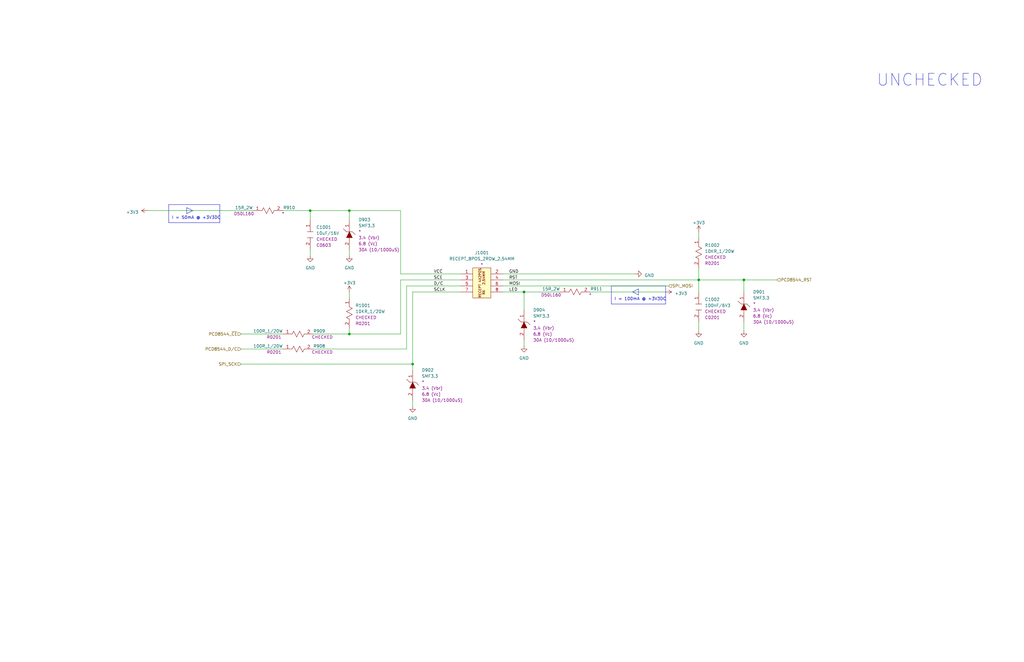
<source format=kicad_sch>
(kicad_sch (version 20230121) (generator eeschema)
  (paper "B")
  (lib_symbols
    (symbol "_SCHLIB_HotPlate:CAP_100nF/6V3_C0201"
      (property "Reference" "C" (at 2.54 5.08 0))
      (property "Value" "100nF{slash}6V3" (at 2.54 7.62 0))
      (property "SCH CHECK" "CHECKED" (at 2.54 22.86 0))
      (property "Package" "C0201" (at 2.54 25.4 0))
      (symbol "CAP_100nF/6V3_C0201_0_0"
        (polyline (pts (xy 5.08 1.27) (xy 5.08 -1.27)))
        (polyline (pts (xy 7.62 1.27) (xy 7.62 -1.27)))
      )
      (symbol "CAP_100nF/6V3_C0201_1_1"
        (pin passive line (at 0 0 0) (length 5.08) (name "") (number "1"))
        (pin passive line (at 12.7 0 180) (length 5.08) (name "") (number "2"))
      )
    )
    (symbol "_SCHLIB_HotPlate:CAP_10uF/16V-C0603"
      (property "Reference" "C" (at 2.54 3.81 0))
      (property "Value" "10uF{slash}16V" (at 2.54 6.35 0))
      (property "SCH CHECK" "CHECKED" (at 2.54 21.59 0))
      (property "Package" "C0603" (at 2.54 24.13 0))
      (symbol "CAP_10uF/16V-C0603_0_0"
        (polyline (pts (xy 5.08 1.27) (xy 5.08 -1.27)))
        (polyline (pts (xy 7.62 1.27) (xy 7.62 -1.27)))
      )
      (symbol "CAP_10uF/16V-C0603_1_1"
        (pin passive line (at 0 0 0) (length 5.08) (name "") (number "1"))
        (pin passive line (at 12.7 0 180) (length 5.08) (name "") (number "2"))
      )
    )
    (symbol "_SCHLIB_HotPlate:CONN_RECEPT_8POS_2ROW_2.54MM"
      (property "Reference" "J" (at 2.54 2.54 0))
      (property "Value" "RECEPT_8POS_2ROW_2.54MM" (at 2.54 5.08 0))
      (property "SCH CHECK" "*" (at 2.54 20.32 0))
      (symbol "CONN_RECEPT_8POS_2ROW_2.54MM_0_1"
        (rectangle (start 0 0) (end 7.62 -12.7) (fill (type background)))
        (text "RECEPT 4X2POS\nRA   2.54MM" (at 3.81 -6.35 900) (effects (font (size 1.016 1.016))))
      )
      (symbol "CONN_RECEPT_8POS_2ROW_2.54MM_1_1"
        (pin passive line (at -5.08 -2.54 0) (length 5.08) (name "") (number "1"))
        (pin passive line (at 12.7 -2.54 180) (length 5.08) (name "") (number "2"))
        (pin passive line (at -5.08 -5.08 0) (length 5.08) (name "") (number "3"))
        (pin passive line (at 12.7 -5.08 180) (length 5.08) (name "") (number "4"))
        (pin passive line (at -5.08 -7.62 0) (length 5.08) (name "") (number "5"))
        (pin passive line (at 12.7 -7.62 180) (length 5.08) (name "") (number "6"))
        (pin passive line (at -5.08 -10.16 0) (length 5.08) (name "") (number "7"))
        (pin passive line (at 12.7 -10.16 180) (length 5.08) (name "") (number "8"))
      )
    )
    (symbol "_SCHLIB_HotPlate:RES_100R_1/20W-R0201"
      (property "Reference" "R" (at 2.54 3.81 0))
      (property "Value" "100R_1{slash}20W" (at 2.54 6.35 0))
      (property "SCH CHECK" "CHECKED" (at 2.54 21.59 0))
      (property "Package" "R0201" (at 2.54 24.13 0))
      (symbol "RES_100R_1/20W-R0201_0_0"
        (polyline (pts (xy 3.81 0) (xy 4.445 1.27) (xy 5.715 -1.27) (xy 6.985 1.27) (xy 8.255 -1.27) (xy 8.89 0)))
      )
      (symbol "RES_100R_1/20W-R0201_1_1"
        (pin passive line (at 0 0 0) (length 3.81) (name "") (number "1"))
        (pin passive line (at 12.7 0 180) (length 3.81) (name "") (number "2"))
      )
    )
    (symbol "_SCHLIB_HotPlate:RES_10KR_1/20W-R0201"
      (property "Reference" "R" (at 2.54 5.08 0))
      (property "Value" "10KR_1{slash}20W" (at 2.54 7.62 0))
      (property "SCH CHECK" "CHECKED" (at 2.54 22.86 0))
      (property "Package" "R0201" (at 2.54 25.4 0))
      (symbol "RES_10KR_1/20W-R0201_0_0"
        (polyline (pts (xy 3.81 0) (xy 4.445 1.27) (xy 5.715 -1.27) (xy 6.985 1.27) (xy 8.255 -1.27) (xy 8.89 0)))
      )
      (symbol "RES_10KR_1/20W-R0201_1_1"
        (pin passive line (at 0 0 0) (length 3.81) (name "") (number "1"))
        (pin passive line (at 12.7 0 180) (length 3.81) (name "") (number "2"))
      )
    )
    (symbol "_SCHLIB_HotPlate:RES_15R_2W_D50L160"
      (property "Reference" "R" (at 2.54 5.08 0))
      (property "Value" "15R_2W" (at 2.54 7.62 0))
      (property "SCH CHECK" "*" (at 2.54 22.86 0))
      (property "Package" "D50L160" (at 2.54 25.4 0))
      (symbol "RES_15R_2W_D50L160_0_0"
        (polyline (pts (xy 3.81 0) (xy 4.445 1.27) (xy 5.715 -1.27) (xy 6.985 1.27) (xy 8.255 -1.27) (xy 8.89 0)))
      )
      (symbol "RES_15R_2W_D50L160_1_1"
        (pin passive line (at 0 0 0) (length 3.81) (name "") (number "1"))
        (pin passive line (at 12.7 0 180) (length 3.81) (name "") (number "2"))
      )
    )
    (symbol "_SCHLIB_HotPlate:TVS_SMF3.3_SOD_123F"
      (property "Reference" "D" (at 2.54 5.08 0))
      (property "Value" "SMF3.3" (at 2.54 7.62 0))
      (property "SCH CHECK" "*" (at 2.54 22.86 0))
      (property "Vbr" "3.4 (Vbr)" (at 2.54 27.94 0))
      (property "Vc" "6.8 (Vc)" (at 2.54 30.48 0))
      (property "Ipp" "30A (10/1000uS)" (at 2.54 25.4 0))
      (symbol "TVS_SMF3.3_SOD_123F_0_1"
        (polyline (pts (xy 5.08 1.27) (xy 5.08 -1.27) (xy 7.62 0) (xy 5.08 1.27)) (fill (type outline)))
        (polyline (pts (xy 8.89 2.54) (xy 7.62 1.27) (xy 7.62 -1.27) (xy 6.35 -2.54)))
      )
      (symbol "TVS_SMF3.3_SOD_123F_1_1"
        (pin passive line (at 12.7 0 180) (length 5.08) (name "") (number "1"))
        (pin passive line (at 0 0 0) (length 5.08) (name "") (number "2"))
      )
    )
    (symbol "power:+3V3" (power) (pin_names (offset 0))
      (property "Value" "+3V3" (at 0 3.556 0))
      (symbol "+3V3_0_1"
        (polyline (pts (xy -0.762 1.27) (xy 0 2.54)))
        (polyline (pts (xy 0 0) (xy 0 2.54)))
        (polyline (pts (xy 0 2.54) (xy 0.762 1.27)))
      )
      (symbol "+3V3_1_1"
        (pin power_in line (at 0 0 90) (length 0) hide (name "+3V3") (number "1"))
      )
    )
    (symbol "power:GND" (power) (pin_names (offset 0))
      (property "Value" "GND" (at 0 -3.81 0))
      (symbol "GND_0_1"
        (polyline (pts (xy 0 0) (xy 0 -1.27) (xy 1.27 -1.27) (xy 0 -2.54) (xy -1.27 -1.27) (xy 0 -1.27)))
      )
      (symbol "GND_1_1"
        (pin power_in line (at 0 0 270) (length 0) hide (name "GND") (number "1"))
      )
    )
  )
  (junction (at 130.81 88.9))
  (junction (at 147.32 88.9))
  (junction (at 294.64 118.11))
  (junction (at 313.69 118.11))
  (junction (at 220.98 123.19))
  (junction (at 173.99 153.67))
  (junction (at 147.32 140.97))
  (wire (pts (xy 294.64 97.79) (xy 294.64 100.33)))
  (wire (pts (xy 173.99 123.19) (xy 194.31 123.19)))
  (polyline (pts (xy 78.74 87.63) (xy 81.28 88.9)))
  (wire (pts (xy 168.91 140.97) (xy 168.91 118.11)))
  (wire (pts (xy 147.32 140.97) (xy 168.91 140.97)))
  (wire (pts (xy 147.32 88.9) (xy 168.91 88.9)))
  (wire (pts (xy 101.6 153.67) (xy 173.99 153.67)))
  (polyline (pts (xy 257.81 120.65) (xy 257.81 128.27)))
  (wire (pts (xy 130.81 88.9) (xy 130.81 92.71)))
  (wire (pts (xy 147.32 123.19) (xy 147.32 125.73)))
  (polyline (pts (xy 280.67 128.27) (xy 257.81 128.27)))
  (polyline (pts (xy 71.12 86.36) (xy 92.71 86.36)))
  (wire (pts (xy 130.81 107.95) (xy 130.81 105.41)))
  (polyline (pts (xy 92.71 93.98) (xy 71.12 93.98)))
  (wire (pts (xy 173.99 153.67) (xy 173.99 123.19)))
  (wire (pts (xy 173.99 156.21) (xy 173.99 153.67)))
  (wire (pts (xy 220.98 130.81) (xy 220.98 123.19)))
  (polyline (pts (xy 269.24 121.92) (xy 266.7 123.19)))
  (wire (pts (xy 294.64 118.11) (xy 313.69 118.11)))
  (wire (pts (xy 147.32 140.97) (xy 147.32 138.43)))
  (wire (pts (xy 62.23 88.9) (xy 106.68 88.9)))
  (wire (pts (xy 212.09 115.57) (xy 267.97 115.57)))
  (wire (pts (xy 313.69 135.89) (xy 313.69 139.7)))
  (polyline (pts (xy 280.67 120.65) (xy 280.67 128.27)))
  (wire (pts (xy 294.64 135.89) (xy 294.64 139.7)))
  (wire (pts (xy 313.69 118.11) (xy 327.66 118.11)))
  (wire (pts (xy 147.32 92.71) (xy 147.32 88.9)))
  (wire (pts (xy 171.45 120.65) (xy 194.31 120.65)))
  (wire (pts (xy 168.91 88.9) (xy 168.91 115.57)))
  (wire (pts (xy 294.64 118.11) (xy 294.64 123.19)))
  (wire (pts (xy 248.92 123.19) (xy 280.67 123.19)))
  (wire (pts (xy 132.08 147.32) (xy 171.45 147.32)))
  (wire (pts (xy 212.09 118.11) (xy 294.64 118.11)))
  (polyline (pts (xy 266.7 123.19) (xy 269.24 124.46)))
  (wire (pts (xy 132.08 140.97) (xy 147.32 140.97)))
  (wire (pts (xy 294.64 113.03) (xy 294.64 118.11)))
  (polyline (pts (xy 257.81 120.65) (xy 280.67 120.65)))
  (wire (pts (xy 119.38 88.9) (xy 130.81 88.9)))
  (wire (pts (xy 168.91 115.57) (xy 194.31 115.57)))
  (wire (pts (xy 101.6 140.97) (xy 119.38 140.97)))
  (wire (pts (xy 168.91 118.11) (xy 194.31 118.11)))
  (wire (pts (xy 212.09 123.19) (xy 220.98 123.19)))
  (wire (pts (xy 173.99 168.91) (xy 173.99 171.45)))
  (wire (pts (xy 220.98 123.19) (xy 236.22 123.19)))
  (polyline (pts (xy 269.24 121.92) (xy 269.24 124.46)))
  (wire (pts (xy 220.98 143.51) (xy 220.98 146.05)))
  (wire (pts (xy 101.6 147.32) (xy 119.38 147.32)))
  (wire (pts (xy 171.45 147.32) (xy 171.45 120.65)))
  (polyline (pts (xy 92.71 86.36) (xy 92.71 93.98)))
  (wire (pts (xy 313.69 123.19) (xy 313.69 118.11)))
  (polyline (pts (xy 71.12 86.36) (xy 71.12 93.98)))
  (wire (pts (xy 212.09 120.65) (xy 281.94 120.65)))
  (wire (pts (xy 130.81 88.9) (xy 147.32 88.9)))
  (polyline (pts (xy 78.74 87.63) (xy 78.74 90.17)))
  (wire (pts (xy 147.32 105.41) (xy 147.32 107.95)))
  (polyline (pts (xy 81.28 88.9) (xy 78.74 90.17)))
  (text "UNCHECKED" (at 369.57 36.83 0) (effects (font (size 5 5)) (justify left bottom)))
  (text "I = 100mA @ +3V3DC" (at 259.08 127 0) (effects (font (size 1.27 1.27)) (justify left bottom)))
  (text "I = 50mA @ +3V3DC" (at 72.39 92.71 0) (effects (font (size 1.27 1.27)) (justify left bottom)))
  (label "VCC" (at 182.88 115.57 0))
  (label "D{slash}C" (at 182.88 120.65 0))
  (label "GND" (at 214.63 115.57 0))
  (label "SCLK" (at 182.88 123.19 0))
  (label "RST" (at 214.63 118.11 0))
  (label "SCE" (at 182.88 118.11 0))
  (label "LED" (at 214.63 123.19 0))
  (label "MOSI" (at 214.63 120.65 0))
  (hierarchical_label "PCD8544_~{CE}" (shape input) (at 101.6 140.97 180))
  (hierarchical_label "PCD8544_RST" (shape input) (at 327.66 118.11 0))
  (hierarchical_label "SPI_MOSI" (shape input) (at 281.94 120.65 0))
  (hierarchical_label "PCD8544_D{slash}C" (shape input) (at 101.6 147.32 180))
  (hierarchical_label "SPI_SCK" (shape input) (at 101.6 153.67 180))
  (symbol (lib_id "power:GND") (at 173.99 171.45 0) (unit 1)
    (property "Reference" "#PWR0911" (effects hide))
    (property "Value" "GND" (at 173.99 176.53 0))
  )
  (symbol (lib_id "power:GND") (at 130.81 107.95 0) (unit 1)
    (property "Reference" "#PWR01003" (effects hide))
    (property "Value" "GND" (at 130.81 113.03 0))
  )
  (symbol (lib_id "_SCHLIB_HotPlate:RES_100R_1/20W-R0201") (at 119.38 147.32 0) (unit 1)
    (property "Reference" "R908" (at 134.62 146.05 0))
    (property "Value" "100R_1/20W" (at 113.03 146.05 0))
    (property "Footprint" "Resistor_SMD:R_0201_0603Metric" (effects hide))
    (property "Datasheet" "https://www.seielect.com/Catalog/SEI-RMCF_RMCP.pdf" (effects hide))
    (property "Description" "100 Ohms ±1% 0.05W, 1/20W Chip Resistor 0201 (0603 Metric) Thick Film" (effects hide))
    (property "Part Number" "RMCF0201FT100R" (effects hide))
    (property "Link" "https://www.digikey.ca/en/products/detail/stackpole-electronics-inc/RMCF0201FT100R/1714988" (effects hide))
    (property "SCH CHECK" "CHECKED" (at 135.89 148.59 0))
    (property "Package" "R0201" (at 115.57 148.59 0))
  )
  (symbol (lib_id "power:+3V3") (at 294.64 97.79 0) (unit 1)
    (property "Reference" "#PWR01006" (effects hide))
    (property "Value" "+3V3" (at 294.64 93.98 0))
  )
  (symbol (lib_id "_SCHLIB_HotPlate:RES_100R_1/20W-R0201") (at 119.38 140.97 0) (unit 1)
    (property "Reference" "R909" (at 134.62 139.7 0))
    (property "Value" "100R_1/20W" (at 113.03 139.7 0))
    (property "Footprint" "Resistor_SMD:R_0201_0603Metric" (effects hide))
    (property "Datasheet" "https://www.seielect.com/Catalog/SEI-RMCF_RMCP.pdf" (effects hide))
    (property "Description" "100 Ohms ±1% 0.05W, 1/20W Chip Resistor 0201 (0603 Metric) Thick Film" (effects hide))
    (property "Part Number" "RMCF0201FT100R" (effects hide))
    (property "Link" "https://www.digikey.ca/en/products/detail/stackpole-electronics-inc/RMCF0201FT100R/1714988" (effects hide))
    (property "SCH CHECK" "CHECKED" (at 135.89 142.24 0))
    (property "Package" "R0201" (at 115.57 142.24 0))
  )
  (symbol (lib_id "_SCHLIB_HotPlate:CAP_10uF/16V-C0603") (at 130.81 92.71 270) (unit 1)
    (property "Reference" "C1001" (at 133.35 95.885 90) (effects (justify left)))
    (property "Value" "10uF/16V" (at 133.35 98.425 90) (effects (justify left)))
    (property "Footprint" "Capacitor_SMD:C_0603_1608Metric" (effects hide))
    (property "Datasheet" "https://search.murata.co.jp/Ceramy/image/img/A01X/G101/ENG/GRT188R61C106KE13-01.pdf" (effects hide))
    (property "Description" "10 µF ±10% 16V Ceramic Capacitor X5R 0603 (1608 Metric)" (effects hide))
    (property "Part Number" "GRT188R61C106KE13J" (effects hide))
    (property "Link" "https://www.digikey.ca/en/products/detail/murata-electronics/GRT188R61C106KE13J/13904802" (effects hide))
    (property "SCH CHECK" "CHECKED" (at 133.35 100.965 90) (effects (justify left)))
    (property "Package" "C0603" (at 133.35 103.505 90) (effects (justify left)))
  )
  (symbol (lib_id "power:+3V3") (at 280.67 123.19 270) (unit 1)
    (property "Reference" "#PWR01007" (effects hide))
    (property "Value" "+3V3" (at 284.48 123.825 90) (effects (justify left)))
  )
  (symbol (lib_id "power:GND") (at 147.32 107.95 0) (unit 1)
    (property "Reference" "#PWR0912" (effects hide))
    (property "Value" "GND" (at 147.32 113.03 0))
  )
  (symbol (lib_id "_SCHLIB_HotPlate:RES_10KR_1/20W-R0201") (at 147.32 125.73 270) (unit 1)
    (property "Reference" "R1001" (at 149.86 128.905 90) (effects (justify left)))
    (property "Value" "10KR_1/20W" (at 149.86 131.445 90) (effects (justify left)))
    (property "Footprint" "Resistor_SMD:R_0201_0603Metric" (effects hide))
    (property "Datasheet" "https://www.seielect.com/Catalog/SEI-RMCF_RMCP.pdf" (effects hide))
    (property "Description" "10 kOhms ±1% 0.05W, 1/20W Chip Resistor 0201 (0603 Metric) Thick Film" (effects hide))
    (property "Part Number" "RMCF0201FT10K0" (effects hide))
    (property "Link" "https://www.digikey.ca/en/products/detail/stackpole-electronics-inc/RMCF0201FT10K0/1714990" (effects hide))
    (property "SCH CHECK" "CHECKED" (at 149.86 133.985 90) (effects (justify left)))
    (property "Package" "R0201" (at 149.86 136.525 90) (effects (justify left)))
  )
  (symbol (lib_id "power:GND") (at 313.69 139.7 0) (unit 1)
    (property "Reference" "#PWR0910" (effects hide))
    (property "Value" "GND" (at 313.69 144.78 0))
  )
  (symbol (lib_id "_SCHLIB_HotPlate:TVS_SMF3.3_SOD_123F") (at 173.99 168.91 90) (unit 1)
    (property "Reference" "D902" (at 177.8 156.21 90) (effects (justify right)))
    (property "Value" "SMF3.3" (at 177.8 158.75 90) (effects (justify right)))
    (property "Footprint" "Diode_SMD:D_SOD-123F" (effects hide))
    (property "Datasheet" "https://www.littelfuse.com/media?resourcetype=datasheets&itemid=2e80cd26-b0c3-442f-9d77-27a283ccff4f&filename=littelfuse-tvs-diode-smf3-3-datasheet" (effects hide))
    (property "Description" "6.8V Clamp 30A Ipp Tvs Diode Surface Mount SOD-123F" (effects hide))
    (property "Part Number" "SMF3.3" (effects hide))
    (property "Link" "https://www.digikey.ca/en/products/detail/littelfuse-inc/SMF3-3/6189040" (effects hide))
    (property "SCH CHECK" "*" (at 177.8 161.29 90) (effects (justify right)))
    (property "Vbr" "3.4 (Vbr)" (at 177.8 163.83 90) (effects (justify right)))
    (property "Vc" "6.8 (Vc)" (at 177.8 166.37 90) (effects (justify right)))
    (property "Ipp" "30A (10/1000uS)" (at 177.8 168.91 90) (effects (justify right)))
  )
  (symbol (lib_id "power:GND") (at 294.64 139.7 0) (unit 1)
    (property "Reference" "#PWR01005" (effects hide))
    (property "Value" "GND" (at 294.64 144.78 0))
  )
  (symbol (lib_id "_SCHLIB_HotPlate:TVS_SMF3.3_SOD_123F") (at 220.98 143.51 90) (unit 1)
    (property "Reference" "D904" (at 224.79 130.81 90) (effects (justify right)))
    (property "Value" "SMF3.3" (at 224.79 133.35 90) (effects (justify right)))
    (property "Footprint" "Diode_SMD:D_SOD-123F" (effects hide))
    (property "Datasheet" "https://www.littelfuse.com/media?resourcetype=datasheets&itemid=2e80cd26-b0c3-442f-9d77-27a283ccff4f&filename=littelfuse-tvs-diode-smf3-3-datasheet" (effects hide))
    (property "Description" "6.8V Clamp 30A Ipp Tvs Diode Surface Mount SOD-123F" (effects hide))
    (property "Part Number" "SMF3.3" (effects hide))
    (property "Link" "https://www.digikey.ca/en/products/detail/littelfuse-inc/SMF3-3/6189040" (effects hide))
    (property "SCH CHECK" "*" (at 224.79 135.89 90) (effects (justify right)))
    (property "Vbr" "3.4 (Vbr)" (at 224.79 138.43 90) (effects (justify right)))
    (property "Vc" "6.8 (Vc)" (at 224.79 140.97 90) (effects (justify right)))
    (property "Ipp" "30A (10/1000uS)" (at 224.79 143.51 90) (effects (justify right)))
  )
  (symbol (lib_id "_SCHLIB_HotPlate:CAP_100nF/6V3_C0201") (at 294.64 123.19 270) (unit 1)
    (property "Reference" "C1002" (at 297.18 126.365 90) (effects (justify left)))
    (property "Value" "100nF/6V3" (at 297.18 128.905 90) (effects (justify left)))
    (property "Footprint" "Capacitor_SMD:C_0201_0603Metric" (effects hide))
    (property "Datasheet" "https://www.yageo.com/upload/media/product/productsearch/datasheet/mlcc/UPY-GPHC_X7R_6.3V-to-250V_22.pdf" (effects hide))
    (property "Description" "0.1 µF ±10% 6.3V Ceramic Capacitor X7R 0201 (0603 Metric)" (effects hide))
    (property "Part Number" "CC0201KRX7R5BB104" (effects hide))
    (property "Link" "https://www.digikey.ca/en/products/detail/yageo/CC0201KRX7R5BB104/12698853" (effects hide))
    (property "SCH CHECK" "CHECKED" (at 297.18 131.445 90) (effects (justify left)))
    (property "Package" "C0201" (at 297.18 133.985 90) (effects (justify left)))
  )
  (symbol (lib_id "power:GND") (at 220.98 146.05 0) (unit 1)
    (property "Reference" "#PWR0913" (effects hide))
    (property "Value" "GND" (at 220.98 151.13 0))
  )
  (symbol (lib_id "_SCHLIB_HotPlate:TVS_SMF3.3_SOD_123F") (at 313.69 135.89 90) (unit 1)
    (property "Reference" "D901" (at 317.5 123.19 90) (effects (justify right)))
    (property "Value" "SMF3.3" (at 317.5 125.73 90) (effects (justify right)))
    (property "Footprint" "Diode_SMD:D_SOD-123F" (effects hide))
    (property "Datasheet" "https://www.littelfuse.com/media?resourcetype=datasheets&itemid=2e80cd26-b0c3-442f-9d77-27a283ccff4f&filename=littelfuse-tvs-diode-smf3-3-datasheet" (effects hide))
    (property "Description" "6.8V Clamp 30A Ipp Tvs Diode Surface Mount SOD-123F" (effects hide))
    (property "Part Number" "SMF3.3" (effects hide))
    (property "Link" "https://www.digikey.ca/en/products/detail/littelfuse-inc/SMF3-3/6189040" (effects hide))
    (property "SCH CHECK" "*" (at 317.5 128.27 90) (effects (justify right)))
    (property "Vbr" "3.4 (Vbr)" (at 317.5 130.81 90) (effects (justify right)))
    (property "Vc" "6.8 (Vc)" (at 317.5 133.35 90) (effects (justify right)))
    (property "Ipp" "30A (10/1000uS)" (at 317.5 135.89 90) (effects (justify right)))
  )
  (symbol (lib_id "power:+3V3") (at 62.23 88.9 90) (unit 1)
    (property "Reference" "#PWR01001" (effects hide))
    (property "Value" "+3V3" (at 58.42 89.535 90) (effects (justify left)))
  )
  (symbol (lib_id "_SCHLIB_HotPlate:RES_10KR_1/20W-R0201") (at 294.64 100.33 270) (unit 1)
    (property "Reference" "R1002" (at 297.18 103.505 90) (effects (justify left)))
    (property "Value" "10KR_1/20W" (at 297.18 106.045 90) (effects (justify left)))
    (property "Footprint" "Resistor_SMD:R_0201_0603Metric" (effects hide))
    (property "Datasheet" "https://www.seielect.com/Catalog/SEI-RMCF_RMCP.pdf" (effects hide))
    (property "Description" "10 kOhms ±1% 0.05W, 1/20W Chip Resistor 0201 (0603 Metric) Thick Film" (effects hide))
    (property "Part Number" "RMCF0201FT10K0" (effects hide))
    (property "Link" "https://www.digikey.ca/en/products/detail/stackpole-electronics-inc/RMCF0201FT10K0/1714990" (effects hide))
    (property "SCH CHECK" "CHECKED" (at 297.18 108.585 90) (effects (justify left)))
    (property "Package" "R0201" (at 297.18 111.125 90) (effects (justify left)))
  )
  (symbol (lib_id "power:GND") (at 267.97 115.57 90) (unit 1)
    (property "Reference" "#PWR01002" (effects hide))
    (property "Value" "GND" (at 271.78 116.205 90) (effects (justify right)))
  )
  (symbol (lib_id "_SCHLIB_HotPlate:RES_15R_2W_D50L160") (at 106.68 88.9 0) (unit 1)
    (property "Reference" "R910" (at 121.92 87.63 0))
    (property "Value" "15R_2W" (at 102.87 87.63 0))
    (property "Footprint" "Resistor_THT:R_Axial_DIN0516_L15.5mm_D5.0mm_P5.08mm_Vertical" (effects hide))
    (property "Datasheet" "https://www.bourns.com/docs/Product-Datasheets/WS.pdf" (effects hide))
    (property "Description" "15 Ohms ±5% 2W Through Hole Resistor Axial Flame Retardant Coating, Pulse Withstanding, Safety Wirewound" (effects hide))
    (property "Part Number" "WS2M15R0J" (effects hide))
    (property "Link" "https://www.digikey.ca/en/products/detail/bourns-inc/WS2M15R0J/5210143" (effects hide))
    (property "SCH CHECK" "*" (at 119.38 90.17 0))
    (property "Package" "D50L160" (at 102.87 90.17 0))
  )
  (symbol (lib_id "_SCHLIB_HotPlate:CONN_RECEPT_8POS_2ROW_2.54MM") (at 199.39 113.03 0) (unit 1)
    (property "Reference" "J1001" (at 203.2 106.68 0))
    (property "Value" "RECEPT_8POS_2ROW_2.54MM" (at 203.2 109.22 0))
    (property "Footprint" "Connector_PinSocket_2.54mm:PinSocket_2x04_P2.54mm_Horizontal" (effects hide))
    (property "Datasheet" "https://media.digikey.com/pdf/Data%20Sheets/Sullins%20PDFs/Female_Headers.100_DS.pdf" (effects hide))
    (property "Description" "8 Position Header Connector 0.100\" (2.54mm) Through Hole, Right Angle Tin" (effects hide))
    (property "Part Number" "PPTC042LJBN-RC" (effects hide))
    (property "Link" "https://www.digikey.ca/en/products/detail/sullins-connector-solutions/PPTC042LJBN-RC/775976" (effects hide))
    (property "SCH CHECK" "*" (at 203.2 111.76 0))
  )
  (symbol (lib_id "power:+3V3") (at 147.32 123.19 0) (unit 1)
    (property "Reference" "#PWR01004" (effects hide))
    (property "Value" "+3V3" (at 147.32 119.38 0))
  )
  (symbol (lib_id "_SCHLIB_HotPlate:RES_15R_2W_D50L160") (at 236.22 123.19 0) (unit 1)
    (property "Reference" "R911" (at 251.46 121.92 0))
    (property "Value" "15R_2W" (at 232.41 121.92 0))
    (property "Footprint" "Resistor_THT:R_Axial_DIN0516_L15.5mm_D5.0mm_P5.08mm_Vertical" (effects hide))
    (property "Datasheet" "https://www.bourns.com/docs/Product-Datasheets/WS.pdf" (effects hide))
    (property "Description" "15 Ohms ±5% 2W Through Hole Resistor Axial Flame Retardant Coating, Pulse Withstanding, Safety Wirewound" (effects hide))
    (property "Part Number" "WS2M15R0J" (effects hide))
    (property "Link" "https://www.digikey.ca/en/products/detail/bourns-inc/WS2M15R0J/5210143" (effects hide))
    (property "SCH CHECK" "*" (at 248.92 124.46 0))
    (property "Package" "D50L160" (at 232.41 124.46 0))
  )
  (symbol (lib_id "_SCHLIB_HotPlate:TVS_SMF3.3_SOD_123F") (at 147.32 105.41 90) (unit 1)
    (property "Reference" "D903" (at 151.13 92.71 90) (effects (justify right)))
    (property "Value" "SMF3.3" (at 151.13 95.25 90) (effects (justify right)))
    (property "Footprint" "Diode_SMD:D_SOD-123F" (effects hide))
    (property "Datasheet" "https://www.littelfuse.com/media?resourcetype=datasheets&itemid=2e80cd26-b0c3-442f-9d77-27a283ccff4f&filename=littelfuse-tvs-diode-smf3-3-datasheet" (effects hide))
    (property "Description" "6.8V Clamp 30A Ipp Tvs Diode Surface Mount SOD-123F" (effects hide))
    (property "Part Number" "SMF3.3" (effects hide))
    (property "Link" "https://www.digikey.ca/en/products/detail/littelfuse-inc/SMF3-3/6189040" (effects hide))
    (property "SCH CHECK" "*" (at 151.13 97.79 90) (effects (justify right)))
    (property "Vbr" "3.4 (Vbr)" (at 151.13 100.33 90) (effects (justify right)))
    (property "Vc" "6.8 (Vc)" (at 151.13 102.87 90) (effects (justify right)))
    (property "Ipp" "30A (10/1000uS)" (at 151.13 105.41 90) (effects (justify right)))
  )
)
</source>
